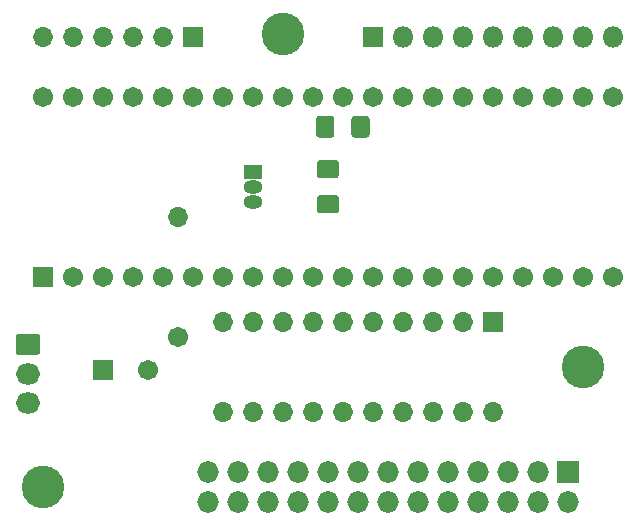
<source format=gbr>
G04 #@! TF.GenerationSoftware,KiCad,Pcbnew,5.1.4+dfsg1-1*
G04 #@! TF.CreationDate,2020-02-29T16:09:42-08:00*
G04 #@! TF.ProjectId,teensy_audio_player_kicad,7465656e-7379-45f6-9175-64696f5f706c,rev?*
G04 #@! TF.SameCoordinates,Original*
G04 #@! TF.FileFunction,Soldermask,Top*
G04 #@! TF.FilePolarity,Negative*
%FSLAX46Y46*%
G04 Gerber Fmt 4.6, Leading zero omitted, Abs format (unit mm)*
G04 Created by KiCad (PCBNEW 5.1.4+dfsg1-1) date 2020-02-29 16:09:42*
%MOMM*%
%LPD*%
G04 APERTURE LIST*
%ADD10O,1.702000X1.702000*%
%ADD11R,1.702000X1.702000*%
%ADD12C,0.100000*%
%ADD13C,1.527000*%
%ADD14C,1.702000*%
%ADD15R,1.602000X1.152000*%
%ADD16O,1.602000X1.152000*%
%ADD17O,1.829200X1.829200*%
%ADD18R,1.829200X1.829200*%
%ADD19C,1.802000*%
%ADD20O,2.052000X1.802000*%
%ADD21O,1.802000X1.802000*%
%ADD22R,1.802000X1.802000*%
%ADD23C,3.602000*%
G04 APERTURE END LIST*
D10*
X80010000Y-59690000D03*
X82550000Y-59690000D03*
X85090000Y-59690000D03*
X87630000Y-59690000D03*
X90170000Y-59690000D03*
D11*
X92710000Y-59690000D03*
D12*
G36*
X104444363Y-66385290D02*
G01*
X104470369Y-66389148D01*
X104495871Y-66395535D01*
X104520624Y-66404392D01*
X104544390Y-66415633D01*
X104566939Y-66429148D01*
X104588056Y-66444809D01*
X104607535Y-66462465D01*
X104625191Y-66481944D01*
X104640852Y-66503061D01*
X104654367Y-66525610D01*
X104665608Y-66549376D01*
X104674465Y-66574129D01*
X104680852Y-66599631D01*
X104684710Y-66625637D01*
X104686000Y-66651895D01*
X104686000Y-67968105D01*
X104684710Y-67994363D01*
X104680852Y-68020369D01*
X104674465Y-68045871D01*
X104665608Y-68070624D01*
X104654367Y-68094390D01*
X104640852Y-68116939D01*
X104625191Y-68138056D01*
X104607535Y-68157535D01*
X104588056Y-68175191D01*
X104566939Y-68190852D01*
X104544390Y-68204367D01*
X104520624Y-68215608D01*
X104495871Y-68224465D01*
X104470369Y-68230852D01*
X104444363Y-68234710D01*
X104418105Y-68236000D01*
X103426895Y-68236000D01*
X103400637Y-68234710D01*
X103374631Y-68230852D01*
X103349129Y-68224465D01*
X103324376Y-68215608D01*
X103300610Y-68204367D01*
X103278061Y-68190852D01*
X103256944Y-68175191D01*
X103237465Y-68157535D01*
X103219809Y-68138056D01*
X103204148Y-68116939D01*
X103190633Y-68094390D01*
X103179392Y-68070624D01*
X103170535Y-68045871D01*
X103164148Y-68020369D01*
X103160290Y-67994363D01*
X103159000Y-67968105D01*
X103159000Y-66651895D01*
X103160290Y-66625637D01*
X103164148Y-66599631D01*
X103170535Y-66574129D01*
X103179392Y-66549376D01*
X103190633Y-66525610D01*
X103204148Y-66503061D01*
X103219809Y-66481944D01*
X103237465Y-66462465D01*
X103256944Y-66444809D01*
X103278061Y-66429148D01*
X103300610Y-66415633D01*
X103324376Y-66404392D01*
X103349129Y-66395535D01*
X103374631Y-66389148D01*
X103400637Y-66385290D01*
X103426895Y-66384000D01*
X104418105Y-66384000D01*
X104444363Y-66385290D01*
X104444363Y-66385290D01*
G37*
D13*
X103922500Y-67310000D03*
D12*
G36*
X107419363Y-66385290D02*
G01*
X107445369Y-66389148D01*
X107470871Y-66395535D01*
X107495624Y-66404392D01*
X107519390Y-66415633D01*
X107541939Y-66429148D01*
X107563056Y-66444809D01*
X107582535Y-66462465D01*
X107600191Y-66481944D01*
X107615852Y-66503061D01*
X107629367Y-66525610D01*
X107640608Y-66549376D01*
X107649465Y-66574129D01*
X107655852Y-66599631D01*
X107659710Y-66625637D01*
X107661000Y-66651895D01*
X107661000Y-67968105D01*
X107659710Y-67994363D01*
X107655852Y-68020369D01*
X107649465Y-68045871D01*
X107640608Y-68070624D01*
X107629367Y-68094390D01*
X107615852Y-68116939D01*
X107600191Y-68138056D01*
X107582535Y-68157535D01*
X107563056Y-68175191D01*
X107541939Y-68190852D01*
X107519390Y-68204367D01*
X107495624Y-68215608D01*
X107470871Y-68224465D01*
X107445369Y-68230852D01*
X107419363Y-68234710D01*
X107393105Y-68236000D01*
X106401895Y-68236000D01*
X106375637Y-68234710D01*
X106349631Y-68230852D01*
X106324129Y-68224465D01*
X106299376Y-68215608D01*
X106275610Y-68204367D01*
X106253061Y-68190852D01*
X106231944Y-68175191D01*
X106212465Y-68157535D01*
X106194809Y-68138056D01*
X106179148Y-68116939D01*
X106165633Y-68094390D01*
X106154392Y-68070624D01*
X106145535Y-68045871D01*
X106139148Y-68020369D01*
X106135290Y-67994363D01*
X106134000Y-67968105D01*
X106134000Y-66651895D01*
X106135290Y-66625637D01*
X106139148Y-66599631D01*
X106145535Y-66574129D01*
X106154392Y-66549376D01*
X106165633Y-66525610D01*
X106179148Y-66503061D01*
X106194809Y-66481944D01*
X106212465Y-66462465D01*
X106231944Y-66444809D01*
X106253061Y-66429148D01*
X106275610Y-66415633D01*
X106299376Y-66404392D01*
X106324129Y-66395535D01*
X106349631Y-66389148D01*
X106375637Y-66385290D01*
X106401895Y-66384000D01*
X107393105Y-66384000D01*
X107419363Y-66385290D01*
X107419363Y-66385290D01*
G37*
D13*
X106897500Y-67310000D03*
D14*
X120650000Y-80010000D03*
X123190000Y-80010000D03*
X125730000Y-80010000D03*
X128270000Y-80010000D03*
X118110000Y-80010000D03*
X115570000Y-80010000D03*
X113030000Y-80010000D03*
X128270000Y-64770000D03*
X125730000Y-64770000D03*
X123190000Y-64770000D03*
X120650000Y-64770000D03*
X110490000Y-80010000D03*
X107950000Y-80010000D03*
X105410000Y-80010000D03*
X102870000Y-80010000D03*
X100330000Y-80010000D03*
X97790000Y-80010000D03*
X95250000Y-80010000D03*
X92710000Y-80010000D03*
X90170000Y-80010000D03*
X87630000Y-80010000D03*
X85090000Y-80010000D03*
X82550000Y-80010000D03*
D11*
X80010000Y-80010000D03*
D14*
X118110000Y-64770000D03*
X115570000Y-64770000D03*
X113030000Y-64770000D03*
X110490000Y-64770000D03*
X107950000Y-64770000D03*
X105410000Y-64770000D03*
X102870000Y-64770000D03*
X100330000Y-64770000D03*
X97790000Y-64770000D03*
X95250000Y-64770000D03*
X92710000Y-64770000D03*
X90170000Y-64770000D03*
X87630000Y-64770000D03*
X85090000Y-64770000D03*
X82550000Y-64770000D03*
X80010000Y-64770000D03*
D10*
X91440000Y-74930000D03*
D14*
X91440000Y-85090000D03*
D12*
G36*
X104824363Y-70140290D02*
G01*
X104850369Y-70144148D01*
X104875871Y-70150535D01*
X104900624Y-70159392D01*
X104924390Y-70170633D01*
X104946939Y-70184148D01*
X104968056Y-70199809D01*
X104987535Y-70217465D01*
X105005191Y-70236944D01*
X105020852Y-70258061D01*
X105034367Y-70280610D01*
X105045608Y-70304376D01*
X105054465Y-70329129D01*
X105060852Y-70354631D01*
X105064710Y-70380637D01*
X105066000Y-70406895D01*
X105066000Y-71398105D01*
X105064710Y-71424363D01*
X105060852Y-71450369D01*
X105054465Y-71475871D01*
X105045608Y-71500624D01*
X105034367Y-71524390D01*
X105020852Y-71546939D01*
X105005191Y-71568056D01*
X104987535Y-71587535D01*
X104968056Y-71605191D01*
X104946939Y-71620852D01*
X104924390Y-71634367D01*
X104900624Y-71645608D01*
X104875871Y-71654465D01*
X104850369Y-71660852D01*
X104824363Y-71664710D01*
X104798105Y-71666000D01*
X103481895Y-71666000D01*
X103455637Y-71664710D01*
X103429631Y-71660852D01*
X103404129Y-71654465D01*
X103379376Y-71645608D01*
X103355610Y-71634367D01*
X103333061Y-71620852D01*
X103311944Y-71605191D01*
X103292465Y-71587535D01*
X103274809Y-71568056D01*
X103259148Y-71546939D01*
X103245633Y-71524390D01*
X103234392Y-71500624D01*
X103225535Y-71475871D01*
X103219148Y-71450369D01*
X103215290Y-71424363D01*
X103214000Y-71398105D01*
X103214000Y-70406895D01*
X103215290Y-70380637D01*
X103219148Y-70354631D01*
X103225535Y-70329129D01*
X103234392Y-70304376D01*
X103245633Y-70280610D01*
X103259148Y-70258061D01*
X103274809Y-70236944D01*
X103292465Y-70217465D01*
X103311944Y-70199809D01*
X103333061Y-70184148D01*
X103355610Y-70170633D01*
X103379376Y-70159392D01*
X103404129Y-70150535D01*
X103429631Y-70144148D01*
X103455637Y-70140290D01*
X103481895Y-70139000D01*
X104798105Y-70139000D01*
X104824363Y-70140290D01*
X104824363Y-70140290D01*
G37*
D13*
X104140000Y-70902500D03*
D12*
G36*
X104824363Y-73115290D02*
G01*
X104850369Y-73119148D01*
X104875871Y-73125535D01*
X104900624Y-73134392D01*
X104924390Y-73145633D01*
X104946939Y-73159148D01*
X104968056Y-73174809D01*
X104987535Y-73192465D01*
X105005191Y-73211944D01*
X105020852Y-73233061D01*
X105034367Y-73255610D01*
X105045608Y-73279376D01*
X105054465Y-73304129D01*
X105060852Y-73329631D01*
X105064710Y-73355637D01*
X105066000Y-73381895D01*
X105066000Y-74373105D01*
X105064710Y-74399363D01*
X105060852Y-74425369D01*
X105054465Y-74450871D01*
X105045608Y-74475624D01*
X105034367Y-74499390D01*
X105020852Y-74521939D01*
X105005191Y-74543056D01*
X104987535Y-74562535D01*
X104968056Y-74580191D01*
X104946939Y-74595852D01*
X104924390Y-74609367D01*
X104900624Y-74620608D01*
X104875871Y-74629465D01*
X104850369Y-74635852D01*
X104824363Y-74639710D01*
X104798105Y-74641000D01*
X103481895Y-74641000D01*
X103455637Y-74639710D01*
X103429631Y-74635852D01*
X103404129Y-74629465D01*
X103379376Y-74620608D01*
X103355610Y-74609367D01*
X103333061Y-74595852D01*
X103311944Y-74580191D01*
X103292465Y-74562535D01*
X103274809Y-74543056D01*
X103259148Y-74521939D01*
X103245633Y-74499390D01*
X103234392Y-74475624D01*
X103225535Y-74450871D01*
X103219148Y-74425369D01*
X103215290Y-74399363D01*
X103214000Y-74373105D01*
X103214000Y-73381895D01*
X103215290Y-73355637D01*
X103219148Y-73329631D01*
X103225535Y-73304129D01*
X103234392Y-73279376D01*
X103245633Y-73255610D01*
X103259148Y-73233061D01*
X103274809Y-73211944D01*
X103292465Y-73192465D01*
X103311944Y-73174809D01*
X103333061Y-73159148D01*
X103355610Y-73145633D01*
X103379376Y-73134392D01*
X103404129Y-73125535D01*
X103429631Y-73119148D01*
X103455637Y-73115290D01*
X103481895Y-73114000D01*
X104798105Y-73114000D01*
X104824363Y-73115290D01*
X104824363Y-73115290D01*
G37*
D13*
X104140000Y-73877500D03*
D15*
X97790000Y-71120000D03*
D16*
X97790000Y-73660000D03*
X97790000Y-72390000D03*
D17*
X93980000Y-99060000D03*
X93980000Y-96520000D03*
X96520000Y-99060000D03*
X96520000Y-96520000D03*
X99060000Y-99060000D03*
X99060000Y-96520000D03*
X101600000Y-99060000D03*
X101600000Y-96520000D03*
X104140000Y-99060000D03*
X104140000Y-96520000D03*
X106680000Y-99060000D03*
X106680000Y-96520000D03*
X109220000Y-99060000D03*
X109220000Y-96520000D03*
X111760000Y-99060000D03*
X111760000Y-96520000D03*
X114300000Y-99060000D03*
X114300000Y-96520000D03*
X116840000Y-99060000D03*
X116840000Y-96520000D03*
X119380000Y-99060000D03*
X119380000Y-96520000D03*
X121920000Y-99060000D03*
X121920000Y-96520000D03*
X124460000Y-99060000D03*
D18*
X124460000Y-96520000D03*
D12*
G36*
X79526975Y-84825276D02*
G01*
X79552699Y-84829092D01*
X79577925Y-84835411D01*
X79602411Y-84844172D01*
X79625920Y-84855291D01*
X79648226Y-84868661D01*
X79669114Y-84884152D01*
X79688383Y-84901617D01*
X79705848Y-84920886D01*
X79721339Y-84941774D01*
X79734709Y-84964080D01*
X79745828Y-84987589D01*
X79754589Y-85012075D01*
X79760908Y-85037301D01*
X79764724Y-85063025D01*
X79766000Y-85089000D01*
X79766000Y-86361000D01*
X79764724Y-86386975D01*
X79760908Y-86412699D01*
X79754589Y-86437925D01*
X79745828Y-86462411D01*
X79734709Y-86485920D01*
X79721339Y-86508226D01*
X79705848Y-86529114D01*
X79688383Y-86548383D01*
X79669114Y-86565848D01*
X79648226Y-86581339D01*
X79625920Y-86594709D01*
X79602411Y-86605828D01*
X79577925Y-86614589D01*
X79552699Y-86620908D01*
X79526975Y-86624724D01*
X79501000Y-86626000D01*
X77979000Y-86626000D01*
X77953025Y-86624724D01*
X77927301Y-86620908D01*
X77902075Y-86614589D01*
X77877589Y-86605828D01*
X77854080Y-86594709D01*
X77831774Y-86581339D01*
X77810886Y-86565848D01*
X77791617Y-86548383D01*
X77774152Y-86529114D01*
X77758661Y-86508226D01*
X77745291Y-86485920D01*
X77734172Y-86462411D01*
X77725411Y-86437925D01*
X77719092Y-86412699D01*
X77715276Y-86386975D01*
X77714000Y-86361000D01*
X77714000Y-85089000D01*
X77715276Y-85063025D01*
X77719092Y-85037301D01*
X77725411Y-85012075D01*
X77734172Y-84987589D01*
X77745291Y-84964080D01*
X77758661Y-84941774D01*
X77774152Y-84920886D01*
X77791617Y-84901617D01*
X77810886Y-84884152D01*
X77831774Y-84868661D01*
X77854080Y-84855291D01*
X77877589Y-84844172D01*
X77902075Y-84835411D01*
X77927301Y-84829092D01*
X77953025Y-84825276D01*
X77979000Y-84824000D01*
X79501000Y-84824000D01*
X79526975Y-84825276D01*
X79526975Y-84825276D01*
G37*
D19*
X78740000Y-85725000D03*
D20*
X78740000Y-88225000D03*
X78740000Y-90725000D03*
D11*
X118110000Y-83820000D03*
D10*
X95250000Y-91440000D03*
X115570000Y-83820000D03*
X97790000Y-91440000D03*
X113030000Y-83820000D03*
X100330000Y-91440000D03*
X110490000Y-83820000D03*
X102870000Y-91440000D03*
X107950000Y-83820000D03*
X105410000Y-91440000D03*
X105410000Y-83820000D03*
X107950000Y-91440000D03*
X102870000Y-83820000D03*
X110490000Y-91440000D03*
X100330000Y-83820000D03*
X113030000Y-91440000D03*
X97790000Y-83820000D03*
X115570000Y-91440000D03*
X95250000Y-83820000D03*
X118110000Y-91440000D03*
D11*
X85090000Y-87884000D03*
D14*
X88890000Y-87884000D03*
D21*
X128270000Y-59690000D03*
X125730000Y-59690000D03*
X123190000Y-59690000D03*
X120650000Y-59690000D03*
X118110000Y-59690000D03*
X115570000Y-59690000D03*
X113030000Y-59690000D03*
X110490000Y-59690000D03*
D22*
X107950000Y-59690000D03*
D23*
X80010000Y-97790000D03*
X125730000Y-87630000D03*
X100330000Y-59436000D03*
M02*

</source>
